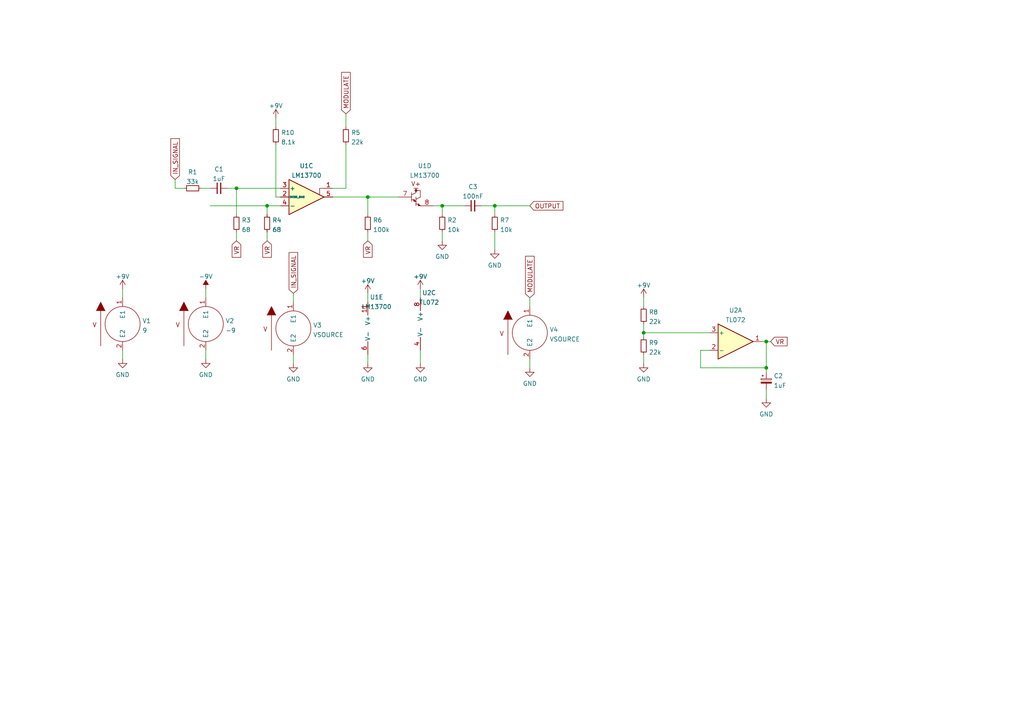
<source format=kicad_sch>
(kicad_sch (version 20211123) (generator eeschema)
  (paper "A4")
  (lib_symbols
    (symbol "Amplifier_Operational:LM13700" (pin_names (offset 0.127))
      (property "Reference" "U" (at 3.81 5.08 0))
      (property "Value" "LM13700" (at 5.08 -5.08 0))
      (symbol "LM13700_1_1"
        (polyline (pts (xy 3.81 -0.635) (xy 3.81 -2.54) (xy 5.08 -2.54)))
        (polyline (pts (xy 5.08 0) (xy -5.08 -5.08) (xy -5.08 5.08) (xy 5.08 0)) (stroke (width 0.254)) (fill (type background)))
        (pin output line (at 7.62 0 180) (length 2.54) (name "~") (number "12"))
        (pin input line (at -7.62 2.54 0) (length 2.54) (name "-") (number "13"))
        (pin input line (at -7.62 -2.54 0) (length 2.54) (name "+") (number "14"))
        (pin input line (at -7.62 0 0) (length 2.54) (name "DIODE_BIAS") (number "15"))
        (pin input line (at 7.62 -2.54 180) (length 2.54) (name "~") (number "16"))
      )
      (symbol "LM13700_2_0"
        (polyline (pts (xy -1.905 2.54) (xy -3.175 2.54)))
      )
      (symbol "LM13700_2_1"
        (circle (center -2.54 1.905) (radius 0.254) (stroke (width 0.254)) (fill (type outline)))
        (polyline (pts (xy -3.81 -0.635) (xy -2.54 -1.27)))
        (polyline (pts (xy -3.81 1.27) (xy -3.81 -1.27)))
        (polyline (pts (xy -2.54 -1.905) (xy -1.27 -2.54)))
        (polyline (pts (xy -2.54 0) (xy -2.54 -2.54)))
        (polyline (pts (xy -3.81 0.635) (xy -2.54 1.27) (xy -2.54 1.905) (xy -2.54 2.54)))
        (polyline (pts (xy -2.54 -1.27) (xy -3.175 -0.635) (xy -3.175 -1.27) (xy -2.54 -1.27)) (fill (type outline)))
        (polyline (pts (xy -2.54 -0.635) (xy -1.27 0) (xy -1.27 1.905) (xy -2.54 1.905)))
        (polyline (pts (xy -1.27 -2.54) (xy -1.905 -1.905) (xy -1.905 -2.54) (xy -1.27 -2.54)) (fill (type outline)))
        (text "V+" (at -2.54 3.81 0) (effects (font (size 1.27 1.27))))
        (pin input line (at -7.62 0 0) (length 3.81) (name "~") (number "10"))
        (pin output line (at 2.54 -2.54 180) (length 3.81) (name "~") (number "9"))
      )
      (symbol "LM13700_3_1"
        (polyline (pts (xy 3.81 -0.635) (xy 3.81 -2.54) (xy 5.08 -2.54)))
        (polyline (pts (xy 5.08 0) (xy -5.08 -5.08) (xy -5.08 5.08) (xy 5.08 0)) (stroke (width 0.254)) (fill (type background)))
        (pin input line (at 7.62 -2.54 180) (length 2.54) (name "~") (number "1"))
        (pin input line (at -7.62 0 0) (length 2.54) (name "DIODE_BIAS") (number "2"))
        (pin input line (at -7.62 -2.54 0) (length 2.54) (name "+") (number "3"))
        (pin input line (at -7.62 2.54 0) (length 2.54) (name "-") (number "4"))
        (pin output line (at 7.62 0 180) (length 2.54) (name "~") (number "5"))
      )
      (symbol "LM13700_4_0"
        (polyline (pts (xy -3.175 2.54) (xy -1.905 2.54)))
        (text "V+" (at -2.54 3.81 0) (effects (font (size 1.27 1.27))))
      )
      (symbol "LM13700_4_1"
        (circle (center -2.54 1.905) (radius 0.254) (stroke (width 0.254)) (fill (type outline)))
        (polyline (pts (xy -3.81 -0.635) (xy -2.54 -1.27)))
        (polyline (pts (xy -3.81 1.27) (xy -3.81 -1.27)))
        (polyline (pts (xy -2.54 -1.905) (xy -1.27 -2.54)))
        (polyline (pts (xy -2.54 0) (xy -2.54 -2.54)))
        (polyline (pts (xy -3.81 0.635) (xy -2.54 1.27) (xy -2.54 2.54)))
        (polyline (pts (xy -2.54 -1.27) (xy -3.175 -0.635) (xy -3.175 -1.27) (xy -2.54 -1.27)) (fill (type outline)))
        (polyline (pts (xy -2.54 -0.635) (xy -1.27 0) (xy -1.27 1.905) (xy -2.54 1.905)))
        (polyline (pts (xy -1.27 -2.54) (xy -1.905 -1.905) (xy -1.905 -2.54) (xy -1.27 -2.54)) (fill (type outline)))
        (pin input line (at -7.62 0 0) (length 3.81) (name "~") (number "7"))
        (pin output line (at 2.54 -2.54 180) (length 3.81) (name "~") (number "8"))
      )
      (symbol "LM13700_5_1"
        (pin power_in line (at -2.54 7.62 270) (length 3.81) (name "V+") (number "11"))
        (pin power_in line (at -2.54 -7.62 90) (length 3.81) (name "V-") (number "6"))
      )
    )
    (symbol "Amplifier_Operational:TL072" (pin_names (offset 0.127))
      (property "Reference" "U" (at 0 5.08 0))
      (property "Value" "TL072" (at 0 -5.08 0))
      (symbol "TL072_1_1"
        (polyline (pts (xy -5.08 5.08) (xy 5.08 0) (xy -5.08 -5.08) (xy -5.08 5.08)) (stroke (width 0.254)) (fill (type background)))
        (pin output line (at 7.62 0 180) (length 2.54) (name "~") (number "1"))
        (pin input line (at -7.62 -2.54 0) (length 2.54) (name "-") (number "2"))
        (pin input line (at -7.62 2.54 0) (length 2.54) (name "+") (number "3"))
      )
      (symbol "TL072_2_1"
        (polyline (pts (xy -5.08 5.08) (xy 5.08 0) (xy -5.08 -5.08) (xy -5.08 5.08)) (stroke (width 0.254)) (fill (type background)))
        (pin input line (at -7.62 2.54 0) (length 2.54) (name "+") (number "5"))
        (pin input line (at -7.62 -2.54 0) (length 2.54) (name "-") (number "6"))
        (pin output line (at 7.62 0 180) (length 2.54) (name "~") (number "7"))
      )
      (symbol "TL072_3_1"
        (pin power_in line (at -2.54 -7.62 90) (length 3.81) (name "V-") (number "4"))
        (pin power_in line (at -2.54 7.62 270) (length 3.81) (name "V+") (number "8"))
      )
    )
    (symbol "Device:CP_Small" (pin_numbers hide) (pin_names (offset 0.254) hide)
      (property "Reference" "C" (at 0.254 1.778 0))
      (property "Value" "CP_Small" (at 0.254 -2.032 0))
      (symbol "CP_Small_0_1"
        (rectangle (start -1.524 -0.3048) (end 1.524 -0.6858) (fill (type outline)))
        (rectangle (start -1.524 0.6858) (end 1.524 0.3048))
        (polyline (pts (xy -1.27 1.524) (xy -0.762 1.524)))
        (polyline (pts (xy -1.016 1.27) (xy -1.016 1.778)))
      )
      (symbol "CP_Small_1_1"
        (pin passive line (at 0 2.54 270) (length 1.8542) (name "~") (number "1"))
        (pin passive line (at 0 -2.54 90) (length 1.8542) (name "~") (number "2"))
      )
    )
    (symbol "Device:C_Small" (pin_numbers hide) (pin_names (offset 0.254) hide)
      (property "Reference" "C" (at 0.254 1.778 0))
      (property "Value" "C_Small" (at 0.254 -2.032 0))
      (symbol "C_Small_0_1"
        (polyline (pts (xy -1.524 -0.508) (xy 1.524 -0.508)) (stroke (width 0.3302)))
        (polyline (pts (xy -1.524 0.508) (xy 1.524 0.508)) (stroke (width 0.3048)))
      )
      (symbol "C_Small_1_1"
        (pin passive line (at 0 2.54 270) (length 2.032) (name "~") (number "1"))
        (pin passive line (at 0 -2.54 90) (length 2.032) (name "~") (number "2"))
      )
    )
    (symbol "Device:R_Small" (pin_numbers hide) (pin_names (offset 0.254) hide)
      (property "Reference" "R" (at 0.762 0.508 0))
      (property "Value" "R_Small" (at 0.762 -1.016 0))
      (symbol "R_Small_0_1"
        (rectangle (start -0.762 1.778) (end 0.762 -1.778) (stroke (width 0.2032)))
      )
      (symbol "R_Small_1_1"
        (pin passive line (at 0 2.54 270) (length 0.762) (name "~") (number "1"))
        (pin passive line (at 0 -2.54 90) (length 0.762) (name "~") (number "2"))
      )
    )
    (symbol "power:+9V" (power) (pin_names (offset 0))
      (property "Value" "+9V" (at 0 3.556 0))
      (symbol "+9V_0_1"
        (polyline (pts (xy -0.762 1.27) (xy 0 2.54)))
        (polyline (pts (xy 0 0) (xy 0 2.54)))
        (polyline (pts (xy 0 2.54) (xy 0.762 1.27)))
      )
      (symbol "+9V_1_1"
        (pin power_in line (at 0 0 90) (length 0) hide (name "+9V") (number "1"))
      )
    )
    (symbol "power:-9V" (power) (pin_names (offset 0))
      (property "Value" "-9V" (at 0 3.81 0))
      (symbol "-9V_0_1"
        (polyline (pts (xy 0 0) (xy 0 2.54)))
        (polyline (pts (xy 0.762 1.27) (xy -0.762 1.27) (xy 0 2.54) (xy 0.762 1.27)) (fill (type outline)))
      )
      (symbol "-9V_1_1"
        (pin power_in line (at 0 0 90) (length 0) hide (name "-9V") (number "1"))
      )
    )
    (symbol "power:GND" (power) (pin_names (offset 0))
      (property "Value" "GND" (at 0 -3.81 0))
      (symbol "GND_0_1"
        (polyline (pts (xy 0 0) (xy 0 -1.27) (xy 1.27 -1.27) (xy 0 -2.54) (xy -1.27 -1.27) (xy 0 -1.27)))
      )
      (symbol "GND_1_1"
        (pin power_in line (at 0 0 270) (length 0) hide (name "GND") (number "1"))
      )
    )
    (symbol "pspice:VSOURCE" (pin_names (offset 1.016))
      (property "Reference" "V" (at -6.35 7.62 0))
      (property "Value" "VSOURCE" (at 0 0 0))
      (symbol "VSOURCE_0_1"
        (polyline (pts (xy -6.35 -6.35) (xy -6.35 3.81)) (fill (type outline)))
        (polyline (pts (xy -7.62 3.81) (xy -6.35 6.35) (xy -5.08 3.81)) (fill (type outline)))
        (circle (center 0 0) (radius 5.08))
        (text "V" (at -8.128 -0.254 0) (effects (font (size 1.27 1.27))))
      )
      (symbol "VSOURCE_1_1"
        (pin input line (at 0 7.62 270) (length 2.54) (name "E1") (number "1"))
        (pin input line (at 0 -7.62 90) (length 2.54) (name "E2") (number "2"))
      )
    )
  )
  (junction (at 222.25 99.06))
  (junction (at 128.27 59.69))
  (junction (at 77.47 59.69))
  (junction (at 186.69 96.52))
  (junction (at 143.51 59.69))
  (junction (at 106.68 57.15))
  (junction (at 68.58 54.61))
  (junction (at 222.25 106.68))
  (wire (pts (xy 85.09 102.87) (xy 85.09 105.41)))
  (wire (pts (xy 186.69 93.98) (xy 186.69 96.52)))
  (wire (pts (xy 50.8 52.07) (xy 50.8 54.61)))
  (wire (pts (xy 100.33 54.61) (xy 96.52 54.61)))
  (wire (pts (xy 121.92 83.82) (xy 121.92 86.36)))
  (wire (pts (xy 77.47 59.69) (xy 77.47 62.23)))
  (wire (pts (xy 222.25 99.06) (xy 223.52 99.06)))
  (wire (pts (xy 205.74 101.6) (xy 203.2 101.6)))
  (wire (pts (xy 186.69 86.36) (xy 186.69 88.9)))
  (wire (pts (xy 68.58 54.61) (xy 68.58 62.23)))
  (wire (pts (xy 222.25 106.68) (xy 222.25 107.95)))
  (wire (pts (xy 80.01 57.15) (xy 81.28 57.15)))
  (wire (pts (xy 106.68 57.15) (xy 115.57 57.15)))
  (wire (pts (xy 66.04 54.61) (xy 68.58 54.61)))
  (wire (pts (xy 58.42 54.61) (xy 60.96 54.61)))
  (wire (pts (xy 100.33 33.02) (xy 100.33 36.83)))
  (wire (pts (xy 81.28 54.61) (xy 68.58 54.61)))
  (wire (pts (xy 121.92 101.6) (xy 121.92 105.41)))
  (wire (pts (xy 128.27 62.23) (xy 128.27 59.69)))
  (wire (pts (xy 85.09 85.09) (xy 85.09 87.63)))
  (wire (pts (xy 106.68 57.15) (xy 106.68 62.23)))
  (wire (pts (xy 222.25 113.03) (xy 222.25 115.57)))
  (wire (pts (xy 59.69 83.82) (xy 59.69 86.36)))
  (wire (pts (xy 143.51 62.23) (xy 143.51 59.69)))
  (wire (pts (xy 81.28 59.69) (xy 77.47 59.69)))
  (wire (pts (xy 35.56 83.82) (xy 35.56 86.36)))
  (wire (pts (xy 222.25 99.06) (xy 220.98 99.06)))
  (wire (pts (xy 222.25 106.68) (xy 222.25 99.06)))
  (wire (pts (xy 153.67 86.36) (xy 153.67 88.9)))
  (wire (pts (xy 186.69 96.52) (xy 186.69 97.79)))
  (wire (pts (xy 143.51 67.31) (xy 143.51 72.39)))
  (wire (pts (xy 60.96 59.69) (xy 77.47 59.69)))
  (wire (pts (xy 143.51 59.69) (xy 153.67 59.69)))
  (wire (pts (xy 80.01 34.29) (xy 80.01 36.83)))
  (wire (pts (xy 128.27 59.69) (xy 125.73 59.69)))
  (wire (pts (xy 128.27 67.31) (xy 128.27 69.85)))
  (wire (pts (xy 203.2 101.6) (xy 203.2 106.68)))
  (wire (pts (xy 186.69 96.52) (xy 205.74 96.52)))
  (wire (pts (xy 50.8 54.61) (xy 53.34 54.61)))
  (wire (pts (xy 77.47 67.31) (xy 77.47 69.85)))
  (wire (pts (xy 106.68 67.31) (xy 106.68 69.85)))
  (wire (pts (xy 153.67 104.14) (xy 153.67 106.68)))
  (wire (pts (xy 106.68 85.09) (xy 106.68 87.63)))
  (wire (pts (xy 100.33 41.91) (xy 100.33 54.61)))
  (wire (pts (xy 203.2 106.68) (xy 222.25 106.68)))
  (wire (pts (xy 35.56 101.6) (xy 35.56 104.14)))
  (wire (pts (xy 106.68 102.87) (xy 106.68 105.41)))
  (wire (pts (xy 186.69 102.87) (xy 186.69 105.41)))
  (wire (pts (xy 96.52 57.15) (xy 106.68 57.15)))
  (wire (pts (xy 80.01 41.91) (xy 80.01 57.15)))
  (wire (pts (xy 59.69 101.6) (xy 59.69 104.14)))
  (wire (pts (xy 139.7 59.69) (xy 143.51 59.69)))
  (wire (pts (xy 128.27 59.69) (xy 134.62 59.69)))
  (wire (pts (xy 68.58 67.31) (xy 68.58 69.85)))
  (global_label "MODULATE" (shape input) (at 153.67 86.36 90) (property "Intersheet References" "${INTERSHEET_REFS}" (effects hide)))
  (global_label "MODULATE" (shape input) (at 100.33 33.02 90) (property "Intersheet References" "${INTERSHEET_REFS}" (effects hide)))
  (global_label "VR" (shape input) (at 68.58 69.85 270) (property "Intersheet References" "${INTERSHEET_REFS}" (effects hide)))
  (global_label "VR" (shape input) (at 106.68 69.85 270) (property "Intersheet References" "${INTERSHEET_REFS}" (effects hide)))
  (global_label "OUTPUT" (shape input) (at 153.67 59.69 0) (property "Intersheet References" "${INTERSHEET_REFS}" (effects hide)))
  (global_label "VR" (shape input) (at 77.47 69.85 270) (property "Intersheet References" "${INTERSHEET_REFS}" (effects hide)))
  (global_label "VR" (shape input) (at 223.52 99.06 0) (property "Intersheet References" "${INTERSHEET_REFS}" (effects hide)))
  (global_label "IN_SIGNAL" (shape input) (at 85.09 85.09 90) (property "Intersheet References" "${INTERSHEET_REFS}" (effects hide)))
  (global_label "IN_SIGNAL" (shape input) (at 50.8 52.07 90) (property "Intersheet References" "${INTERSHEET_REFS}" (effects hide)))
  (symbol (lib_id "power:+9V") (at 121.92 83.82 0) (unit 1)
    (property "Reference" "#PWR012" (effects hide))
    (property "Value" "+9V" (at 121.92 80.2155 0))
  )
  (symbol (lib_id "power:GND") (at 106.68 105.41 0) (unit 1)
    (property "Reference" "#PWR07" (effects hide))
    (property "Value" "GND" (at 106.68 109.9725 0))
  )
  (symbol (lib_id "power:+9V") (at 186.69 86.36 0) (unit 1)
    (property "Reference" "#PWR09" (effects hide))
    (property "Value" "+9V" (at 186.69 82.7555 0))
  )
  (symbol (lib_id "power:GND") (at 59.69 104.14 0) (unit 1)
    (property "Reference" "#PWR04" (effects hide))
    (property "Value" "GND" (at 59.69 108.7025 0))
  )
  (symbol (lib_id "power:GND") (at 153.67 106.68 0) (unit 1)
    (property "Reference" "#PWR013" (effects hide))
    (property "Value" "GND" (at 153.67 111.2425 0))
  )
  (symbol (lib_id "Device:R_Small") (at 100.33 39.37 0) (unit 1)
    (property "Reference" "R5" (at 101.8286 38.4615 0) (effects (justify left)))
    (property "Value" "22k" (at 101.8286 41.2366 0) (effects (justify left)))
  )
  (symbol (lib_id "Device:R_Small") (at 186.69 91.44 0) (unit 1)
    (property "Reference" "R8" (at 188.1886 90.5315 0) (effects (justify left)))
    (property "Value" "22k" (at 188.1886 93.3066 0) (effects (justify left)))
  )
  (symbol (lib_id "power:GND") (at 121.92 105.41 0) (unit 1)
    (property "Reference" "#PWR014" (effects hide))
    (property "Value" "GND" (at 121.92 109.9725 0))
  )
  (symbol (lib_id "power:-9V") (at 59.69 83.82 0) (unit 1)
    (property "Reference" "#PWR03" (effects hide))
    (property "Value" "-9V" (at 59.69 80.2155 0))
  )
  (symbol (lib_id "Device:R_Small") (at 106.68 64.77 0) (unit 1)
    (property "Reference" "R6" (at 108.1786 63.8615 0) (effects (justify left)))
    (property "Value" "100k" (at 108.1786 66.6366 0) (effects (justify left)))
  )
  (symbol (lib_id "Device:R_Small") (at 68.58 64.77 0) (unit 1)
    (property "Reference" "R3" (at 70.0786 63.8615 0) (effects (justify left)))
    (property "Value" "68" (at 70.0786 66.6366 0) (effects (justify left)))
  )
  (symbol (lib_id "Device:R_Small") (at 77.47 64.77 0) (unit 1)
    (property "Reference" "R4" (at 78.9686 63.8615 0) (effects (justify left)))
    (property "Value" "68" (at 78.9686 66.6366 0) (effects (justify left)))
  )
  (symbol (lib_id "pspice:VSOURCE") (at 153.67 96.52 0) (unit 1)
    (property "Reference" "V4" (at 159.385 95.6115 0) (effects (justify left)))
    (property "Value" "VSOURCE" (at 159.385 98.3866 0) (effects (justify left)))
    (property "Spice_Primitive" "V" (effects hide))
    (property "Spice_Model" "dc 0 pulse(1 8 1m 20m 20m 10m 100m)" (effects hide))
    (property "Spice_Netlist_Enabled" "Y" (effects hide))
  )
  (symbol (lib_id "Device:CP_Small") (at 222.25 110.49 0) (unit 1)
    (property "Reference" "C2" (at 224.409 109.0354 0) (effects (justify left)))
    (property "Value" "1uF" (at 224.409 111.8105 0) (effects (justify left)))
  )
  (symbol (lib_id "power:GND") (at 143.51 72.39 0) (unit 1)
    (property "Reference" "#PWR011" (effects hide))
    (property "Value" "GND" (at 143.51 76.9525 0))
  )
  (symbol (lib_id "power:GND") (at 222.25 115.57 0) (unit 1)
    (property "Reference" "#PWR015" (effects hide))
    (property "Value" "GND" (at 222.25 120.1325 0))
  )
  (symbol (lib_id "Device:C_Small") (at 63.5 54.61 90) (unit 1)
    (property "Reference" "C1" (at 63.5063 49.0814 90))
    (property "Value" "1uF" (at 63.5063 51.8565 90))
  )
  (symbol (lib_id "power:GND") (at 186.69 105.41 0) (unit 1)
    (property "Reference" "#PWR010" (effects hide))
    (property "Value" "GND" (at 186.69 109.9725 0))
  )
  (symbol (lib_id "Device:R_Small") (at 55.88 54.61 90) (unit 1)
    (property "Reference" "R1" (at 55.88 49.9069 90))
    (property "Value" "33k" (at 55.88 52.682 90))
  )
  (symbol (lib_id "Amplifier_Operational:LM13700") (at 109.22 95.25 0) (unit 5)
    (property "Reference" "U1" (at 109.22 86.2035 0))
    (property "Value" "LM13700" (at 109.22 88.9786 0))
    (property "Datasheet" "http://www.ti.com/lit/ds/symlink/lm13700.pdf" (effects hide))
    (property "Spice_Primitive" "X" (effects hide))
    (property "Spice_Model" "LM13700/NS" (effects hide))
    (property "Spice_Netlist_Enabled" "Y" (effects hide))
    (property "Spice_Lib_File" "LM13700.MOD" (effects hide))
  )
  (symbol (lib_id "power:+9V") (at 80.01 34.29 0) (unit 1)
    (property "Reference" "#PWR016" (effects hide))
    (property "Value" "+9V" (at 80.01 30.6855 0))
  )
  (symbol (lib_id "Amplifier_Operational:TL072") (at 124.46 93.98 0) (unit 3)
    (property "Reference" "U2" (at 124.46 84.9335 0))
    (property "Value" "TL072" (at 124.46 87.7086 0))
    (property "Datasheet" "http://www.ti.com/lit/ds/symlink/tl071.pdf" (effects hide))
    (property "Spice_Primitive" "X" (effects hide))
    (property "Spice_Model" "TL072" (effects hide))
    (property "Spice_Netlist_Enabled" "Y" (effects hide))
    (property "Spice_Lib_File" "TL072.301" (effects hide))
    (property "Spice_Node_Sequence" "3 2 8 4 1" (effects hide))
  )
  (symbol (lib_id "power:+9V") (at 35.56 83.82 0) (unit 1)
    (property "Reference" "#PWR01" (effects hide))
    (property "Value" "+9V" (at 35.56 80.2155 0))
  )
  (symbol (lib_id "power:+9V") (at 106.68 85.09 0) (unit 1)
    (property "Reference" "#PWR06" (effects hide))
    (property "Value" "+9V" (at 106.68 81.4855 0))
  )
  (symbol (lib_id "Device:R_Small") (at 186.69 100.33 0) (unit 1)
    (property "Reference" "R9" (at 188.1886 99.4215 0) (effects (justify left)))
    (property "Value" "22k" (at 188.1886 102.1966 0) (effects (justify left)))
  )
  (symbol (lib_id "Device:C_Small") (at 137.16 59.69 90) (unit 1)
    (property "Reference" "C3" (at 137.1663 54.1614 90))
    (property "Value" "100nF" (at 137.1663 56.9365 90))
  )
  (symbol (lib_id "power:GND") (at 128.27 69.85 0) (unit 1)
    (property "Reference" "#PWR08" (effects hide))
    (property "Value" "GND" (at 128.27 74.4125 0))
  )
  (symbol (lib_id "Device:R_Small") (at 80.01 39.37 0) (unit 1)
    (property "Reference" "R10" (at 81.5086 38.4615 0) (effects (justify left)))
    (property "Value" "8.1k" (at 81.5086 41.2366 0) (effects (justify left)))
  )
  (symbol (lib_id "Amplifier_Operational:LM13700") (at 88.9 57.15 0) (mirror x) (unit 3)
    (property "Reference" "U1" (at 88.9 48.1035 0))
    (property "Value" "LM13700" (at 88.9 50.8786 0))
    (property "Datasheet" "http://www.ti.com/lit/ds/symlink/lm13700.pdf" (effects hide))
    (property "Spice_Primitive" "X" (effects hide))
    (property "Spice_Model" "LM13700/NS" (effects hide))
    (property "Spice_Netlist_Enabled" "Y" (effects hide))
    (property "Spice_Lib_File" "LM13700.MOD" (effects hide))
  )
  (symbol (lib_id "pspice:VSOURCE") (at 35.56 93.98 0) (unit 1)
    (property "Reference" "V1" (at 41.275 93.0715 0) (effects (justify left)))
    (property "Value" "9V" (at 41.275 95.8466 0) (effects (justify left)))
    (property "Spice_Primitive" "V" (effects hide))
    (property "Spice_Model" "dc 9" (effects hide))
    (property "Spice_Netlist_Enabled" "Y" (effects hide))
  )
  (symbol (lib_id "power:GND") (at 35.56 104.14 0) (unit 1)
    (property "Reference" "#PWR02" (effects hide))
    (property "Value" "GND" (at 35.56 108.7025 0))
  )
  (symbol (lib_id "Device:R_Small") (at 128.27 64.77 0) (unit 1)
    (property "Reference" "R2" (at 129.7686 63.8615 0) (effects (justify left)))
    (property "Value" "10k" (at 129.7686 66.6366 0) (effects (justify left)))
  )
  (symbol (lib_id "Device:R_Small") (at 143.51 64.77 0) (unit 1)
    (property "Reference" "R7" (at 145.0086 63.8615 0) (effects (justify left)))
    (property "Value" "10k" (at 145.0086 66.6366 0) (effects (justify left)))
  )
  (symbol (lib_id "Amplifier_Operational:TL072") (at 213.36 99.06 0) (unit 1)
    (property "Reference" "U2" (at 213.36 90.0135 0))
    (property "Value" "TL072" (at 213.36 92.7886 0))
    (property "Datasheet" "http://www.ti.com/lit/ds/symlink/tl071.pdf" (effects hide))
    (property "Spice_Primitive" "X" (effects hide))
    (property "Spice_Model" "TL072" (effects hide))
    (property "Spice_Netlist_Enabled" "Y" (effects hide))
    (property "Spice_Lib_File" "TL072.301" (effects hide))
    (property "Spice_Node_Sequence" "3 2 8 4 1" (effects hide))
  )
  (symbol (lib_id "power:GND") (at 85.09 105.41 0) (unit 1)
    (property "Reference" "#PWR05" (effects hide))
    (property "Value" "GND" (at 85.09 109.9725 0))
  )
  (symbol (lib_id "pspice:VSOURCE") (at 85.09 95.25 0) (unit 1)
    (property "Reference" "V3" (at 90.805 94.3415 0) (effects (justify left)))
    (property "Value" "VSOURCE" (at 90.805 97.1166 0) (effects (justify left)))
    (property "Spice_Primitive" "V" (effects hide))
    (property "Spice_Model" "sin(0 1 200)" (effects hide))
    (property "Spice_Netlist_Enabled" "Y" (effects hide))
  )
  (symbol (lib_id "pspice:VSOURCE") (at 59.69 93.98 0) (unit 1)
    (property "Reference" "V2" (at 65.405 93.0715 0) (effects (justify left)))
    (property "Value" "-9V" (at 65.405 95.8466 0) (effects (justify left)))
    (property "Spice_Primitive" "V" (effects hide))
    (property "Spice_Model" "dc -9" (effects hide))
    (property "Spice_Netlist_Enabled" "Y" (effects hide))
  )
  (symbol (lib_id "Amplifier_Operational:LM13700") (at 123.19 57.15 0) (unit 4)
    (property "Reference" "U1" (at 123.19 48.1035 0))
    (property "Value" "LM13700" (at 123.19 50.8786 0))
    (property "Datasheet" "http://www.ti.com/lit/ds/symlink/lm13700.pdf" (effects hide))
    (property "Spice_Primitive" "X" (effects hide))
    (property "Spice_Model" "LM13700/NS" (effects hide))
    (property "Spice_Netlist_Enabled" "Y" (effects hide))
    (property "Spice_Lib_File" "LM13700.MOD" (effects hide))
  )
)
</source>
